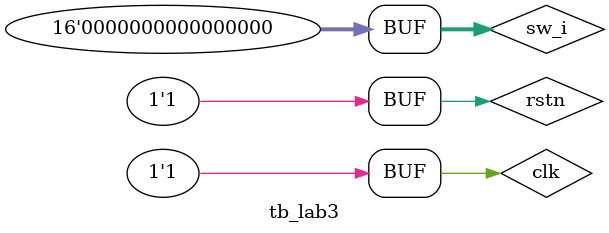
<source format=v>
`timescale 1ns / 1ps

module tb_lab3;

  // Inputs
  reg clk;
  reg rstn;
  reg [15:0] sw_i;
  // Outputs
  wire [7:0] disp_seg_o;
  wire [7:0] disp_an_o;

  // Instantiate the DUT (Device Under Test)
  top uut (
      .clk(clk),
      .rstn(rstn),
      .sw_i(sw_i),
      .disp_seg_o(disp_seg_o),
      .disp_an_o(disp_an_o)
  );

  RF u_rf (
      .clk (clk),
      .rst (rstn),
      .RFWr(uut.RegWrite),
      .sw_i(uut.sw_i),
      .A1  (uut.rs1),
      .A2  (uut.rs2),
      .A3  (uut.rd),
      .WD  (uut.WD),
      .RD1 (uut.RD1),
      .RD2 (uut.RD2)
  );

  DM u_dm (
      .clk(clk),
      .DMWr(uut.DMWr),
      .addr(uut.addr),
      .din(uut.din),
      .DMType(uut.DMType),
      .sw_i(uut.sw_i),
      .dout(uut.dout)
  );

  seg7x16 u_seg7x16 (
      .clk(clk),
      .rstn(rstn),
      .i_data(uut.display_data),
      .disp_mode(uut.sw_i[0]),
      .o_seg(uut.disp_seg_o),
      .o_sel(uut.disp_an_o)
  );

  // Clock generation (10ns period, 50MHz)
  always begin
    clk = 1'b0;
    #5 clk = 1'b1;
    #5;
  end

  // Initial block to apply reset and stimulus
  initial begin
    // Initialize inputs
    rstn = 1'b0;  // Apply reset
    sw_i = 16'b0000_0000_00_0000_00;  // Initialize switch input to 0
    #5 rstn = 1'b1;  // Deassert reset
    // Finish simulation after some time
    #3000;
  end

  initial begin
    // 
    $monitor(
        "Time: %0t | clk: %b| PC: %h | instr: %h | Op:%h | rs1:%h | rs2:%h | rd:%h | immout:%h | A:%h | B:%h | ALUout:%h | addr:%h | din:%h | dout:%h |",
        $time, clk, uut.PC, uut.instr, uut.Op, uut.rs1, uut.rs2, uut.rd, uut.immout, uut.A, uut.B,
        uut.ALUout, uut.addr, uut.din, uut.dout);
    $monitor(
        "Time:%0t | clk:%b | Control | PCSel:%b | RegWrite:%b | WDSel:%b | ALUop:%b | ASel:%b | BSel:%b | Zero:%b | DMType:%b | MemWrite:%b | WDSel:%b |",
        $time, clk, uut.PCSel, uut.RegWrite, uut.WDSel, uut.ALUop, uut.ASel, uut.BSel, uut.Zero,
        uut.DMType, uut.DMWr, uut.WDSel);
    $monitor(
        "Time:%0t | clk:%b | DMem | DM[0]:%h | DM[1]:%h | DM[2]:%h | DM[3]:%h | DM[4]:%h | DM[5]:%h | DM[6]:%h | DM[7]:%h | DM[8]:%h | DM[9]:%h | DM[10]:%h | DM[11]:%h | DM[12]:%h | DM[13]:%h | DM[14]:%h | DM[15]:%h |",
        $time, clk, u_dm.dmem[0], u_dm.dmem[1], u_dm.dmem[2], u_dm.dmem[3], u_dm.dmem[4],
        u_dm.dmem[5], u_dm.dmem[6], u_dm.dmem[7], u_dm.dmem[8], u_dm.dmem[9], u_dm.dmem[10],
        u_dm.dmem[11], u_dm.dmem[12], u_dm.dmem[13], u_dm.dmem[14], u_dm.dmem[15]);
    $monitor(
        "Time:%0t | clk:%b | DMem | DM[16]:%h | DM[17]:%h | DM[18]:%h | DM[19]:%h | DM[20]:%h | DM[21]:%h | DM[22]:%h | DM[23]:%h | DM[24]:%h | DM[25]:%h | DM[26]:%h | DM[27]:%h | DM[28]:%h | DM[29]:%h | DM[30]:%h | DM[31]:%h |",
        $time, clk, u_dm.dmem[16], u_dm.dmem[17], u_dm.dmem[18], u_dm.dmem[19], u_dm.dmem[20],
        u_dm.dmem[21], u_dm.dmem[22], u_dm.dmem[23], u_dm.dmem[24], u_dm.dmem[25], u_dm.dmem[26],
        u_dm.dmem[27], u_dm.dmem[28], u_dm.dmem[29], u_dm.dmem[30], u_dm.dmem[31]);
    $monitor(
        "Time:%0t | clk:%b | Register | x0:%h | x1:%h | x2:%h | x3:%h | x4:%h | x5:%h | x6:%h | x7:%h | x8:%h | x9:%h | x10:%h | x11:%h | x12:%h | x13:%h | x14:%h | x15:%h |",
        $time, clk, u_rf.rf[0], u_rf.rf[1], u_rf.rf[2], u_rf.rf[3], u_rf.rf[4], u_rf.rf[5],
        u_rf.rf[6], u_rf.rf[7], u_rf.rf[8], u_rf.rf[9], u_rf.rf[10], u_rf.rf[11], u_rf.rf[12],
        u_rf.rf[13], u_rf.rf[14], u_rf.rf[15]);
    $monitor(
        "Time:%0t | clk:%b | Register | x16:%h | x17:%h | x18:%h | x19:%h | x20:%h | x21:%h | x22:%h | x23:%h | x24:%h | x25:%h | x26:%h | x27:%h | x28:%h | x29:%h | x30:%h | x31:%h |",
        $time, clk, u_rf.rf[16], u_rf.rf[17], u_rf.rf[18], u_rf.rf[19], u_rf.rf[20], u_rf.rf[21],
        u_rf.rf[22], u_rf.rf[23], u_rf.rf[24], u_rf.rf[25], u_rf.rf[26], u_rf.rf[27], u_rf.rf[28],
        u_rf.rf[29], u_rf.rf[30], u_rf.rf[31]);
  end

endmodule

</source>
